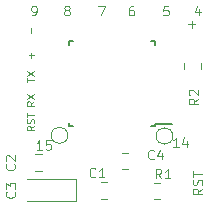
<source format=gbr>
G04 #@! TF.GenerationSoftware,KiCad,Pcbnew,(5.1.4-0-10_14)*
G04 #@! TF.CreationDate,2019-10-28T18:43:38+01:00*
G04 #@! TF.ProjectId,328RFStamp,33323852-4653-4746-916d-702e6b696361,rev?*
G04 #@! TF.SameCoordinates,Original*
G04 #@! TF.FileFunction,Legend,Top*
G04 #@! TF.FilePolarity,Positive*
%FSLAX46Y46*%
G04 Gerber Fmt 4.6, Leading zero omitted, Abs format (unit mm)*
G04 Created by KiCad (PCBNEW (5.1.4-0-10_14)) date 2019-10-28 18:43:38*
%MOMM*%
%LPD*%
G04 APERTURE LIST*
%ADD10C,0.075000*%
%ADD11C,0.120000*%
%ADD12C,0.150000*%
%ADD13C,0.100000*%
G04 APERTURE END LIST*
D10*
X40657428Y-56717135D02*
X40371714Y-56917135D01*
X40657428Y-57059992D02*
X40057428Y-57059992D01*
X40057428Y-56831421D01*
X40086000Y-56774278D01*
X40114571Y-56745707D01*
X40171714Y-56717135D01*
X40257428Y-56717135D01*
X40314571Y-56745707D01*
X40343142Y-56774278D01*
X40371714Y-56831421D01*
X40371714Y-57059992D01*
X40628857Y-56488564D02*
X40657428Y-56402850D01*
X40657428Y-56259992D01*
X40628857Y-56202850D01*
X40600285Y-56174278D01*
X40543142Y-56145707D01*
X40486000Y-56145707D01*
X40428857Y-56174278D01*
X40400285Y-56202850D01*
X40371714Y-56259992D01*
X40343142Y-56374278D01*
X40314571Y-56431421D01*
X40286000Y-56459992D01*
X40228857Y-56488564D01*
X40171714Y-56488564D01*
X40114571Y-56459992D01*
X40086000Y-56431421D01*
X40057428Y-56374278D01*
X40057428Y-56231421D01*
X40086000Y-56145707D01*
X40057428Y-55974278D02*
X40057428Y-55631421D01*
X40657428Y-55802850D02*
X40057428Y-55802850D01*
X40657428Y-54631421D02*
X40371714Y-54831421D01*
X40657428Y-54974278D02*
X40057428Y-54974278D01*
X40057428Y-54745707D01*
X40086000Y-54688564D01*
X40114571Y-54659992D01*
X40171714Y-54631421D01*
X40257428Y-54631421D01*
X40314571Y-54659992D01*
X40343142Y-54688564D01*
X40371714Y-54745707D01*
X40371714Y-54974278D01*
X40057428Y-54431421D02*
X40657428Y-54031421D01*
X40057428Y-54031421D02*
X40657428Y-54431421D01*
X40057428Y-52974278D02*
X40057428Y-52631421D01*
X40657428Y-52802850D02*
X40057428Y-52802850D01*
X40057428Y-52488564D02*
X40657428Y-52088564D01*
X40057428Y-52088564D02*
X40657428Y-52488564D01*
X40428857Y-50945707D02*
X40428857Y-50488564D01*
X40657428Y-50717135D02*
X40200285Y-50717135D01*
X40428857Y-48831421D02*
X40428857Y-48374278D01*
D11*
X41282252Y-59107000D02*
X40759748Y-59107000D01*
X41282252Y-60527000D02*
X40759748Y-60527000D01*
X46806752Y-61469200D02*
X46284248Y-61469200D01*
X46806752Y-62889200D02*
X46284248Y-62889200D01*
X43499000Y-57505600D02*
G75*
G03X43499000Y-57505600I-700000J0D01*
G01*
X52389000Y-57556400D02*
G75*
G03X52389000Y-57556400I-700000J0D01*
G01*
X48100348Y-60374600D02*
X48622852Y-60374600D01*
X48100348Y-58954600D02*
X48622852Y-58954600D01*
X44164000Y-61218800D02*
X40079000Y-61218800D01*
X44164000Y-63088800D02*
X44164000Y-61218800D01*
X40079000Y-63088800D02*
X44164000Y-63088800D01*
D12*
X50869000Y-56524100D02*
X52294000Y-56524100D01*
X43619000Y-56749100D02*
X43944000Y-56749100D01*
X43619000Y-49499100D02*
X43944000Y-49499100D01*
X50869000Y-49499100D02*
X50544000Y-49499100D01*
X50869000Y-56749100D02*
X50544000Y-56749100D01*
X50869000Y-49499100D02*
X50869000Y-49824100D01*
X43619000Y-49499100D02*
X43619000Y-49824100D01*
X43619000Y-56749100D02*
X43619000Y-56424100D01*
X50869000Y-56749100D02*
X50869000Y-56524100D01*
D11*
X53341200Y-51351548D02*
X53341200Y-51874052D01*
X54761200Y-51351548D02*
X54761200Y-51874052D01*
X51289852Y-61494600D02*
X50767348Y-61494600D01*
X51289852Y-62914600D02*
X50767348Y-62914600D01*
D13*
X38957214Y-59950333D02*
X38995309Y-59988428D01*
X39033404Y-60102714D01*
X39033404Y-60178904D01*
X38995309Y-60293190D01*
X38919119Y-60369380D01*
X38842928Y-60407476D01*
X38690547Y-60445571D01*
X38576261Y-60445571D01*
X38423880Y-60407476D01*
X38347690Y-60369380D01*
X38271500Y-60293190D01*
X38233404Y-60178904D01*
X38233404Y-60102714D01*
X38271500Y-59988428D01*
X38309595Y-59950333D01*
X38309595Y-59645571D02*
X38271500Y-59607476D01*
X38233404Y-59531285D01*
X38233404Y-59340809D01*
X38271500Y-59264619D01*
X38309595Y-59226523D01*
X38385785Y-59188428D01*
X38461976Y-59188428D01*
X38576261Y-59226523D01*
X39033404Y-59683666D01*
X39033404Y-59188428D01*
X45840666Y-60991714D02*
X45802571Y-61029809D01*
X45688285Y-61067904D01*
X45612095Y-61067904D01*
X45497809Y-61029809D01*
X45421619Y-60953619D01*
X45383523Y-60877428D01*
X45345428Y-60725047D01*
X45345428Y-60610761D01*
X45383523Y-60458380D01*
X45421619Y-60382190D01*
X45497809Y-60306000D01*
X45612095Y-60267904D01*
X45688285Y-60267904D01*
X45802571Y-60306000D01*
X45840666Y-60344095D01*
X46602571Y-61067904D02*
X46145428Y-61067904D01*
X46374000Y-61067904D02*
X46374000Y-60267904D01*
X46297809Y-60382190D01*
X46221619Y-60458380D01*
X46145428Y-60496476D01*
X41325819Y-58731104D02*
X40868676Y-58731104D01*
X41097247Y-58731104D02*
X41097247Y-57931104D01*
X41021057Y-58045390D01*
X40944866Y-58121580D01*
X40868676Y-58159676D01*
X42049628Y-57931104D02*
X41668676Y-57931104D01*
X41630580Y-58312057D01*
X41668676Y-58273961D01*
X41744866Y-58235866D01*
X41935342Y-58235866D01*
X42011533Y-58273961D01*
X42049628Y-58312057D01*
X42087723Y-58388247D01*
X42087723Y-58578723D01*
X42049628Y-58654914D01*
X42011533Y-58693009D01*
X41935342Y-58731104D01*
X41744866Y-58731104D01*
X41668676Y-58693009D01*
X41630580Y-58654914D01*
X52882819Y-58502504D02*
X52425676Y-58502504D01*
X52654247Y-58502504D02*
X52654247Y-57702504D01*
X52578057Y-57816790D01*
X52501866Y-57892980D01*
X52425676Y-57931076D01*
X53568533Y-57969171D02*
X53568533Y-58502504D01*
X53378057Y-57664409D02*
X53187580Y-58235838D01*
X53682819Y-58235838D01*
X50793666Y-59467714D02*
X50755571Y-59505809D01*
X50641285Y-59543904D01*
X50565095Y-59543904D01*
X50450809Y-59505809D01*
X50374619Y-59429619D01*
X50336523Y-59353428D01*
X50298428Y-59201047D01*
X50298428Y-59086761D01*
X50336523Y-58934380D01*
X50374619Y-58858190D01*
X50450809Y-58782000D01*
X50565095Y-58743904D01*
X50641285Y-58743904D01*
X50755571Y-58782000D01*
X50793666Y-58820095D01*
X51479380Y-59010571D02*
X51479380Y-59543904D01*
X51288904Y-58705809D02*
X51098428Y-59277238D01*
X51593666Y-59277238D01*
X53695678Y-48088542D02*
X54305201Y-48088542D01*
X54000440Y-48393304D02*
X54000440Y-47783780D01*
X54895704Y-62007695D02*
X54514752Y-62274361D01*
X54895704Y-62464838D02*
X54095704Y-62464838D01*
X54095704Y-62160076D01*
X54133800Y-62083885D01*
X54171895Y-62045790D01*
X54248085Y-62007695D01*
X54362371Y-62007695D01*
X54438561Y-62045790D01*
X54476657Y-62083885D01*
X54514752Y-62160076D01*
X54514752Y-62464838D01*
X54857609Y-61702933D02*
X54895704Y-61588647D01*
X54895704Y-61398171D01*
X54857609Y-61321980D01*
X54819514Y-61283885D01*
X54743323Y-61245790D01*
X54667133Y-61245790D01*
X54590942Y-61283885D01*
X54552847Y-61321980D01*
X54514752Y-61398171D01*
X54476657Y-61550552D01*
X54438561Y-61626742D01*
X54400466Y-61664838D01*
X54324276Y-61702933D01*
X54248085Y-61702933D01*
X54171895Y-61664838D01*
X54133800Y-61626742D01*
X54095704Y-61550552D01*
X54095704Y-61360076D01*
X54133800Y-61245790D01*
X54095704Y-61017219D02*
X54095704Y-60560076D01*
X54895704Y-60788647D02*
X54095704Y-60788647D01*
X54635380Y-46818571D02*
X54635380Y-47351904D01*
X54444904Y-46513809D02*
X54254428Y-47085238D01*
X54749666Y-47085238D01*
X52006476Y-46551904D02*
X51625523Y-46551904D01*
X51587428Y-46932857D01*
X51625523Y-46894761D01*
X51701714Y-46856666D01*
X51892190Y-46856666D01*
X51968380Y-46894761D01*
X52006476Y-46932857D01*
X52044571Y-47009047D01*
X52044571Y-47199523D01*
X52006476Y-47275714D01*
X51968380Y-47313809D01*
X51892190Y-47351904D01*
X51701714Y-47351904D01*
X51625523Y-47313809D01*
X51587428Y-47275714D01*
X49047380Y-46551904D02*
X48895000Y-46551904D01*
X48818809Y-46590000D01*
X48780714Y-46628095D01*
X48704523Y-46742380D01*
X48666428Y-46894761D01*
X48666428Y-47199523D01*
X48704523Y-47275714D01*
X48742619Y-47313809D01*
X48818809Y-47351904D01*
X48971190Y-47351904D01*
X49047380Y-47313809D01*
X49085476Y-47275714D01*
X49123571Y-47199523D01*
X49123571Y-47009047D01*
X49085476Y-46932857D01*
X49047380Y-46894761D01*
X48971190Y-46856666D01*
X48818809Y-46856666D01*
X48742619Y-46894761D01*
X48704523Y-46932857D01*
X48666428Y-47009047D01*
X46088333Y-46551904D02*
X46621666Y-46551904D01*
X46278809Y-47351904D01*
X43357809Y-46894761D02*
X43281619Y-46856666D01*
X43243523Y-46818571D01*
X43205428Y-46742380D01*
X43205428Y-46704285D01*
X43243523Y-46628095D01*
X43281619Y-46590000D01*
X43357809Y-46551904D01*
X43510190Y-46551904D01*
X43586380Y-46590000D01*
X43624476Y-46628095D01*
X43662571Y-46704285D01*
X43662571Y-46742380D01*
X43624476Y-46818571D01*
X43586380Y-46856666D01*
X43510190Y-46894761D01*
X43357809Y-46894761D01*
X43281619Y-46932857D01*
X43243523Y-46970952D01*
X43205428Y-47047142D01*
X43205428Y-47199523D01*
X43243523Y-47275714D01*
X43281619Y-47313809D01*
X43357809Y-47351904D01*
X43510190Y-47351904D01*
X43586380Y-47313809D01*
X43624476Y-47275714D01*
X43662571Y-47199523D01*
X43662571Y-47047142D01*
X43624476Y-46970952D01*
X43586380Y-46932857D01*
X43510190Y-46894761D01*
X40487619Y-47351904D02*
X40640000Y-47351904D01*
X40716190Y-47313809D01*
X40754285Y-47275714D01*
X40830476Y-47161428D01*
X40868571Y-47009047D01*
X40868571Y-46704285D01*
X40830476Y-46628095D01*
X40792380Y-46590000D01*
X40716190Y-46551904D01*
X40563809Y-46551904D01*
X40487619Y-46590000D01*
X40449523Y-46628095D01*
X40411428Y-46704285D01*
X40411428Y-46894761D01*
X40449523Y-46970952D01*
X40487619Y-47009047D01*
X40563809Y-47047142D01*
X40716190Y-47047142D01*
X40792380Y-47009047D01*
X40830476Y-46970952D01*
X40868571Y-46894761D01*
X38992914Y-62299833D02*
X39031009Y-62337928D01*
X39069104Y-62452214D01*
X39069104Y-62528404D01*
X39031009Y-62642690D01*
X38954819Y-62718880D01*
X38878628Y-62756976D01*
X38726247Y-62795071D01*
X38611961Y-62795071D01*
X38459580Y-62756976D01*
X38383390Y-62718880D01*
X38307200Y-62642690D01*
X38269104Y-62528404D01*
X38269104Y-62452214D01*
X38307200Y-62337928D01*
X38345295Y-62299833D01*
X38269104Y-62033166D02*
X38269104Y-61537928D01*
X38573866Y-61804595D01*
X38573866Y-61690309D01*
X38611961Y-61614119D01*
X38650057Y-61576023D01*
X38726247Y-61537928D01*
X38916723Y-61537928D01*
X38992914Y-61576023D01*
X39031009Y-61614119D01*
X39069104Y-61690309D01*
X39069104Y-61918880D01*
X39031009Y-61995071D01*
X38992914Y-62033166D01*
X54565504Y-54387733D02*
X54184552Y-54654400D01*
X54565504Y-54844876D02*
X53765504Y-54844876D01*
X53765504Y-54540114D01*
X53803600Y-54463923D01*
X53841695Y-54425828D01*
X53917885Y-54387733D01*
X54032171Y-54387733D01*
X54108361Y-54425828D01*
X54146457Y-54463923D01*
X54184552Y-54540114D01*
X54184552Y-54844876D01*
X53841695Y-54082971D02*
X53803600Y-54044876D01*
X53765504Y-53968685D01*
X53765504Y-53778209D01*
X53803600Y-53702019D01*
X53841695Y-53663923D01*
X53917885Y-53625828D01*
X53994076Y-53625828D01*
X54108361Y-53663923D01*
X54565504Y-54121066D01*
X54565504Y-53625828D01*
X51428666Y-61144104D02*
X51162000Y-60763152D01*
X50971523Y-61144104D02*
X50971523Y-60344104D01*
X51276285Y-60344104D01*
X51352476Y-60382200D01*
X51390571Y-60420295D01*
X51428666Y-60496485D01*
X51428666Y-60610771D01*
X51390571Y-60686961D01*
X51352476Y-60725057D01*
X51276285Y-60763152D01*
X50971523Y-60763152D01*
X52190571Y-61144104D02*
X51733428Y-61144104D01*
X51962000Y-61144104D02*
X51962000Y-60344104D01*
X51885809Y-60458390D01*
X51809619Y-60534580D01*
X51733428Y-60572676D01*
M02*

</source>
